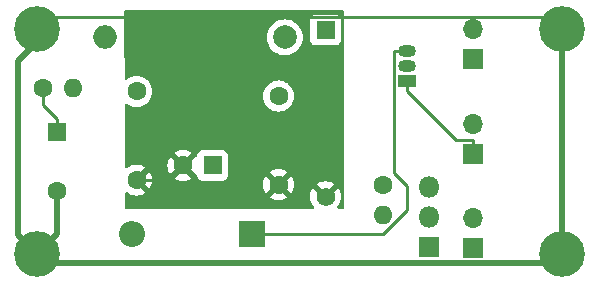
<source format=gbr>
%TF.GenerationSoftware,KiCad,Pcbnew,(6.0.0)*%
%TF.CreationDate,2022-02-19T14:37:59-08:00*%
%TF.ProjectId,RTCMemoryVoltageSourceAndBattery,5254434d-656d-46f7-9279-566f6c746167,rev?*%
%TF.SameCoordinates,Original*%
%TF.FileFunction,Copper,L2,Bot*%
%TF.FilePolarity,Positive*%
%FSLAX46Y46*%
G04 Gerber Fmt 4.6, Leading zero omitted, Abs format (unit mm)*
G04 Created by KiCad (PCBNEW (6.0.0)) date 2022-02-19 14:37:59*
%MOMM*%
%LPD*%
G01*
G04 APERTURE LIST*
%TA.AperFunction,ComponentPad*%
%ADD10R,1.700000X1.700000*%
%TD*%
%TA.AperFunction,ComponentPad*%
%ADD11O,1.700000X1.700000*%
%TD*%
%TA.AperFunction,ComponentPad*%
%ADD12R,1.500000X1.050000*%
%TD*%
%TA.AperFunction,ComponentPad*%
%ADD13O,1.500000X1.050000*%
%TD*%
%TA.AperFunction,ComponentPad*%
%ADD14R,2.200000X2.200000*%
%TD*%
%TA.AperFunction,ComponentPad*%
%ADD15O,2.200000X2.200000*%
%TD*%
%TA.AperFunction,ComponentPad*%
%ADD16R,1.800000X1.800000*%
%TD*%
%TA.AperFunction,ComponentPad*%
%ADD17O,1.800000X1.800000*%
%TD*%
%TA.AperFunction,ComponentPad*%
%ADD18R,1.600000X1.600000*%
%TD*%
%TA.AperFunction,ComponentPad*%
%ADD19C,1.600000*%
%TD*%
%TA.AperFunction,ComponentPad*%
%ADD20O,1.600000X1.600000*%
%TD*%
%TA.AperFunction,ComponentPad*%
%ADD21C,2.000000*%
%TD*%
%TA.AperFunction,ComponentPad*%
%ADD22O,2.000000X2.000000*%
%TD*%
%TA.AperFunction,ComponentPad*%
%ADD23R,1.575000X1.575000*%
%TD*%
%TA.AperFunction,ComponentPad*%
%ADD24C,1.575000*%
%TD*%
%TA.AperFunction,ViaPad*%
%ADD25C,3.873600*%
%TD*%
%TA.AperFunction,Conductor*%
%ADD26C,0.250000*%
%TD*%
%TA.AperFunction,Conductor*%
%ADD27C,0.508000*%
%TD*%
G04 APERTURE END LIST*
D10*
%TO.P,J3,1,Pin_1*%
%TO.N,Net-(D2-Pad1)*%
X141706400Y-81854500D03*
D11*
%TO.P,J3,2,Pin_2*%
%TO.N,GND*%
X141706400Y-79314500D03*
%TD*%
D10*
%TO.P,J1,1,Pin_1*%
%TO.N,Net-(Q1-Pad1)*%
X141706400Y-97848800D03*
D11*
%TO.P,J1,2,Pin_2*%
%TO.N,GND*%
X141706400Y-95308800D03*
%TD*%
D12*
%TO.P,Q2,1,D*%
%TO.N,Net-(J2-Pad1)*%
X136104200Y-83760100D03*
D13*
%TO.P,Q2,2,G*%
%TO.N,Net-(IC2-Pad2)*%
X136104200Y-82490100D03*
%TO.P,Q2,3,S*%
%TO.N,Net-(D2-Pad1)*%
X136104200Y-81220100D03*
%TD*%
D14*
%TO.P,D2,1,K*%
%TO.N,Net-(D2-Pad1)*%
X122961900Y-96734700D03*
D15*
%TO.P,D2,2,A*%
%TO.N,+3.3VP*%
X112801900Y-96734700D03*
%TD*%
D16*
%TO.P,Q1,1,E*%
%TO.N,Net-(Q1-Pad1)*%
X137934200Y-97831900D03*
D17*
%TO.P,Q1,2,C*%
%TO.N,+VDC*%
X137934200Y-95291900D03*
%TO.P,Q1,3,B*%
%TO.N,Net-(Q1-Pad3)*%
X137934200Y-92751900D03*
%TD*%
D18*
%TO.P,C4,1*%
%TO.N,+3.3VP*%
X106466300Y-88076400D03*
D19*
%TO.P,C4,2*%
%TO.N,GND*%
X106466300Y-93076400D03*
%TD*%
%TO.P,R1,1*%
%TO.N,Net-(Q1-Pad3)*%
X134075000Y-92552000D03*
D20*
%TO.P,R1,2*%
%TO.N,GND*%
X134075000Y-95092000D03*
%TD*%
D19*
%TO.P,R2,1*%
%TO.N,+3.3VP*%
X105259100Y-84380500D03*
D20*
%TO.P,R2,2*%
%TO.N,Net-(IC1-Pad1)*%
X107799100Y-84380500D03*
%TD*%
D18*
%TO.P,C3,1*%
%TO.N,+VDC*%
X119621500Y-90900100D03*
D19*
%TO.P,C3,2*%
%TO.N,GND*%
X117121500Y-90900100D03*
%TD*%
D10*
%TO.P,J2,1,Pin_1*%
%TO.N,Net-(J2-Pad1)*%
X141706400Y-89931100D03*
D11*
%TO.P,J2,2,Pin_2*%
%TO.N,GND*%
X141706400Y-87391100D03*
%TD*%
D21*
%TO.P,L1,1,1*%
%TO.N,Net-(D1-Pad1)*%
X125753300Y-80050000D03*
D22*
%TO.P,L1,2,2*%
%TO.N,+3.3VP*%
X110513300Y-80050000D03*
%TD*%
D23*
%TO.P,D1,1*%
%TO.N,Net-(D1-Pad1)*%
X129190900Y-79439400D03*
D24*
%TO.P,D1,2*%
%TO.N,GND*%
X129190900Y-93539400D03*
%TD*%
D19*
%TO.P,C2,1*%
%TO.N,Net-(C2-Pad1)*%
X125211500Y-85019000D03*
%TO.P,C2,2*%
%TO.N,GND*%
X125211500Y-92519000D03*
%TD*%
%TO.P,C1,1*%
%TO.N,Net-(C1-Pad1)*%
X113204800Y-84633000D03*
%TO.P,C1,2*%
%TO.N,GND*%
X113204800Y-92133000D03*
%TD*%
D25*
%TO.N,GND*%
X149225000Y-98425000D03*
X104775000Y-98425000D03*
X104775000Y-79375000D03*
X149225000Y-79375000D03*
%TD*%
D26*
%TO.N,GND*%
X113204800Y-92133000D02*
X115888600Y-92133000D01*
D27*
X104775000Y-98425000D02*
X105535411Y-99185411D01*
D26*
X148177389Y-78327389D02*
X105822611Y-78327389D01*
D27*
X103161903Y-96811903D02*
X103161903Y-82041594D01*
D26*
X149225000Y-79375000D02*
X148177389Y-78327389D01*
D27*
X104775000Y-98425000D02*
X106466300Y-96733700D01*
X149225000Y-98425000D02*
X149225000Y-79375000D01*
X105535411Y-99185411D02*
X148464589Y-99185411D01*
X104775000Y-98425000D02*
X103161903Y-96811903D01*
X103161903Y-82041594D02*
X104775000Y-80428497D01*
X104775000Y-80428497D02*
X104775000Y-79375000D01*
D26*
X115888600Y-92133000D02*
X117121500Y-90900100D01*
X104775000Y-79375000D02*
X104134589Y-80015411D01*
D27*
X106466300Y-96733700D02*
X106466300Y-93076400D01*
X148464589Y-99185411D02*
X149225000Y-98425000D01*
D26*
X105822611Y-78327389D02*
X104775000Y-79375000D01*
%TO.N,+3.3VP*%
X105259100Y-85743900D02*
X106466300Y-86951100D01*
X105259100Y-84380500D02*
X105259100Y-85743900D01*
X106466300Y-88076400D02*
X106466300Y-86951100D01*
%TO.N,Net-(D2-Pad1)*%
X135028900Y-91578321D02*
X136076166Y-92625587D01*
X136104200Y-81220100D02*
X135028900Y-81220100D01*
X136076166Y-94681134D02*
X134022600Y-96734700D01*
X134022600Y-96734700D02*
X122961900Y-96734700D01*
X136076166Y-92625587D02*
X136076166Y-94681134D01*
X135028900Y-81220100D02*
X135028900Y-91578321D01*
%TO.N,Net-(J2-Pad1)*%
X136104200Y-83760100D02*
X136104200Y-84610400D01*
X140249600Y-88755800D02*
X136104200Y-84610400D01*
X141706400Y-89931100D02*
X141706400Y-88755800D01*
X141706400Y-88755800D02*
X140249600Y-88755800D01*
%TD*%
%TA.AperFunction,Conductor*%
%TO.N,GND*%
G36*
X130682134Y-77755109D02*
G01*
X130728636Y-77808756D01*
X130740031Y-77861037D01*
X130743490Y-83319981D01*
X130750531Y-94431864D01*
X130730572Y-94499998D01*
X130676946Y-94546524D01*
X130624749Y-94557944D01*
X130301092Y-94558503D01*
X130232936Y-94538618D01*
X130186351Y-94485043D01*
X130176126Y-94414787D01*
X130197661Y-94360233D01*
X130313967Y-94194129D01*
X130319445Y-94184643D01*
X130410599Y-93989162D01*
X130414345Y-93978870D01*
X130470168Y-93770536D01*
X130472071Y-93759741D01*
X130490870Y-93544875D01*
X130490870Y-93533925D01*
X130472071Y-93319059D01*
X130470168Y-93308264D01*
X130414345Y-93099930D01*
X130410599Y-93089638D01*
X130319446Y-92894161D01*
X130313967Y-92884671D01*
X130279415Y-92835324D01*
X130268939Y-92826950D01*
X130255492Y-92834018D01*
X129279995Y-93809515D01*
X129217683Y-93843541D01*
X129146868Y-93838476D01*
X129101805Y-93809515D01*
X128125587Y-92833297D01*
X128113813Y-92826867D01*
X128101798Y-92836163D01*
X128067833Y-92884671D01*
X128062354Y-92894161D01*
X127971201Y-93089638D01*
X127967455Y-93099930D01*
X127911632Y-93308264D01*
X127909729Y-93319059D01*
X127890930Y-93533925D01*
X127890930Y-93544875D01*
X127909729Y-93759741D01*
X127911632Y-93770536D01*
X127967455Y-93978870D01*
X127971201Y-93989162D01*
X128062355Y-94184643D01*
X128067833Y-94194129D01*
X128186822Y-94364065D01*
X128209510Y-94431339D01*
X128192225Y-94500199D01*
X128140455Y-94548783D01*
X128083827Y-94562335D01*
X119194257Y-94577695D01*
X112363443Y-94589498D01*
X112295288Y-94569613D01*
X112248702Y-94516038D01*
X112237227Y-94464167D01*
X112232667Y-93605062D01*
X124489993Y-93605062D01*
X124499289Y-93617077D01*
X124550494Y-93652931D01*
X124559989Y-93658414D01*
X124757447Y-93750490D01*
X124767739Y-93754236D01*
X124978188Y-93810625D01*
X124988981Y-93812528D01*
X125206025Y-93831517D01*
X125216975Y-93831517D01*
X125434019Y-93812528D01*
X125444812Y-93810625D01*
X125655261Y-93754236D01*
X125665553Y-93750490D01*
X125863011Y-93658414D01*
X125872506Y-93652931D01*
X125924548Y-93616491D01*
X125932924Y-93606012D01*
X125925856Y-93592566D01*
X125224312Y-92891022D01*
X125210368Y-92883408D01*
X125208535Y-92883539D01*
X125201920Y-92887790D01*
X124496423Y-93593287D01*
X124489993Y-93605062D01*
X112232667Y-93605062D01*
X112230998Y-93290621D01*
X112250638Y-93222395D01*
X112304046Y-93175618D01*
X112374265Y-93165141D01*
X112429267Y-93186739D01*
X112543793Y-93266931D01*
X112553289Y-93272414D01*
X112750747Y-93364490D01*
X112761039Y-93368236D01*
X112971488Y-93424625D01*
X112982281Y-93426528D01*
X113199325Y-93445517D01*
X113210275Y-93445517D01*
X113427319Y-93426528D01*
X113438112Y-93424625D01*
X113648561Y-93368236D01*
X113658853Y-93364490D01*
X113856311Y-93272414D01*
X113865806Y-93266931D01*
X113917848Y-93230491D01*
X113926224Y-93220012D01*
X113919156Y-93206566D01*
X112934685Y-92222095D01*
X112900659Y-92159783D01*
X112902494Y-92134132D01*
X113569208Y-92134132D01*
X113569339Y-92135965D01*
X113573590Y-92142580D01*
X114279087Y-92848077D01*
X114290862Y-92854507D01*
X114302877Y-92845211D01*
X114338731Y-92794006D01*
X114344214Y-92784511D01*
X114436290Y-92587053D01*
X114440036Y-92576761D01*
X114454046Y-92524475D01*
X123898983Y-92524475D01*
X123917972Y-92741519D01*
X123919875Y-92752312D01*
X123976264Y-92962761D01*
X123980010Y-92973053D01*
X124072086Y-93170511D01*
X124077569Y-93180006D01*
X124114009Y-93232048D01*
X124124488Y-93240424D01*
X124137934Y-93233356D01*
X124839478Y-92531812D01*
X124845856Y-92520132D01*
X125575908Y-92520132D01*
X125576039Y-92521965D01*
X125580290Y-92528580D01*
X126285787Y-93234077D01*
X126297562Y-93240507D01*
X126309577Y-93231211D01*
X126345431Y-93180006D01*
X126350914Y-93170511D01*
X126442990Y-92973053D01*
X126446736Y-92962761D01*
X126503125Y-92752312D01*
X126505028Y-92741519D01*
X126524017Y-92524475D01*
X126524017Y-92513525D01*
X126519453Y-92461361D01*
X128478450Y-92461361D01*
X128485518Y-92474808D01*
X129178088Y-93167378D01*
X129192032Y-93174992D01*
X129193865Y-93174861D01*
X129200480Y-93170610D01*
X129897003Y-92474087D01*
X129903433Y-92462313D01*
X129894136Y-92450297D01*
X129845630Y-92416333D01*
X129836144Y-92410855D01*
X129640662Y-92319701D01*
X129630370Y-92315955D01*
X129422036Y-92260132D01*
X129411241Y-92258229D01*
X129196375Y-92239430D01*
X129185425Y-92239430D01*
X128970559Y-92258229D01*
X128959764Y-92260132D01*
X128751430Y-92315955D01*
X128741138Y-92319701D01*
X128545661Y-92410854D01*
X128536171Y-92416333D01*
X128486824Y-92450885D01*
X128478450Y-92461361D01*
X126519453Y-92461361D01*
X126505028Y-92296481D01*
X126503125Y-92285688D01*
X126446736Y-92075239D01*
X126442990Y-92064947D01*
X126350914Y-91867489D01*
X126345431Y-91857994D01*
X126308991Y-91805952D01*
X126298512Y-91797576D01*
X126285066Y-91804644D01*
X125583522Y-92506188D01*
X125575908Y-92520132D01*
X124845856Y-92520132D01*
X124847092Y-92517868D01*
X124846961Y-92516035D01*
X124842710Y-92509420D01*
X124137213Y-91803923D01*
X124125438Y-91797493D01*
X124113423Y-91806789D01*
X124077569Y-91857994D01*
X124072086Y-91867489D01*
X123980010Y-92064947D01*
X123976264Y-92075239D01*
X123919875Y-92285688D01*
X123917972Y-92296481D01*
X123898983Y-92513525D01*
X123898983Y-92524475D01*
X114454046Y-92524475D01*
X114496425Y-92366312D01*
X114498328Y-92355519D01*
X114517317Y-92138475D01*
X114517317Y-92127525D01*
X114504949Y-91986162D01*
X116399993Y-91986162D01*
X116409289Y-91998177D01*
X116460494Y-92034031D01*
X116469989Y-92039514D01*
X116667447Y-92131590D01*
X116677739Y-92135336D01*
X116888188Y-92191725D01*
X116898981Y-92193628D01*
X117116025Y-92212617D01*
X117126975Y-92212617D01*
X117344019Y-92193628D01*
X117354812Y-92191725D01*
X117565261Y-92135336D01*
X117575553Y-92131590D01*
X117773011Y-92039514D01*
X117782506Y-92034031D01*
X117834548Y-91997591D01*
X117842924Y-91987112D01*
X117835856Y-91973666D01*
X117134312Y-91272122D01*
X117120368Y-91264508D01*
X117118535Y-91264639D01*
X117111920Y-91268890D01*
X116406423Y-91974387D01*
X116399993Y-91986162D01*
X114504949Y-91986162D01*
X114498328Y-91910481D01*
X114496425Y-91899688D01*
X114440036Y-91689239D01*
X114436290Y-91678947D01*
X114344214Y-91481489D01*
X114338731Y-91471994D01*
X114302291Y-91419952D01*
X114291812Y-91411576D01*
X114278366Y-91418644D01*
X113576822Y-92120188D01*
X113569208Y-92134132D01*
X112902494Y-92134132D01*
X112905724Y-92088968D01*
X112934685Y-92043905D01*
X113919877Y-91058713D01*
X113926307Y-91046938D01*
X113917011Y-91034923D01*
X113865806Y-90999069D01*
X113856311Y-90993586D01*
X113667570Y-90905575D01*
X115808983Y-90905575D01*
X115827972Y-91122619D01*
X115829875Y-91133412D01*
X115886264Y-91343861D01*
X115890010Y-91354153D01*
X115982086Y-91551611D01*
X115987569Y-91561106D01*
X116024009Y-91613148D01*
X116034488Y-91621524D01*
X116047934Y-91614456D01*
X116749478Y-90912912D01*
X116755856Y-90901232D01*
X117485908Y-90901232D01*
X117486039Y-90903065D01*
X117490290Y-90909680D01*
X118195787Y-91615177D01*
X118237529Y-91637971D01*
X118247529Y-91640147D01*
X118297727Y-91690353D01*
X118312951Y-91743914D01*
X118313000Y-91744817D01*
X118313000Y-91748234D01*
X118319755Y-91810416D01*
X118370885Y-91946805D01*
X118458239Y-92063361D01*
X118574795Y-92150715D01*
X118711184Y-92201845D01*
X118773366Y-92208600D01*
X120469634Y-92208600D01*
X120531816Y-92201845D01*
X120668205Y-92150715D01*
X120784761Y-92063361D01*
X120872115Y-91946805D01*
X120923245Y-91810416D01*
X120930000Y-91748234D01*
X120930000Y-91431988D01*
X124490076Y-91431988D01*
X124497144Y-91445434D01*
X125198688Y-92146978D01*
X125212632Y-92154592D01*
X125214465Y-92154461D01*
X125221080Y-92150210D01*
X125926577Y-91444713D01*
X125933007Y-91432938D01*
X125923711Y-91420923D01*
X125872506Y-91385069D01*
X125863011Y-91379586D01*
X125665553Y-91287510D01*
X125655261Y-91283764D01*
X125444812Y-91227375D01*
X125434019Y-91225472D01*
X125216975Y-91206483D01*
X125206025Y-91206483D01*
X124988981Y-91225472D01*
X124978188Y-91227375D01*
X124767739Y-91283764D01*
X124757447Y-91287510D01*
X124559989Y-91379586D01*
X124550494Y-91385069D01*
X124498452Y-91421509D01*
X124490076Y-91431988D01*
X120930000Y-91431988D01*
X120930000Y-90051966D01*
X120923245Y-89989784D01*
X120872115Y-89853395D01*
X120784761Y-89736839D01*
X120668205Y-89649485D01*
X120531816Y-89598355D01*
X120469634Y-89591600D01*
X118773366Y-89591600D01*
X118711184Y-89598355D01*
X118574795Y-89649485D01*
X118458239Y-89736839D01*
X118370885Y-89853395D01*
X118319755Y-89989784D01*
X118313000Y-90051966D01*
X118313000Y-90055285D01*
X118289347Y-90122210D01*
X118243344Y-90157904D01*
X118244359Y-90159834D01*
X118233500Y-90165542D01*
X118233255Y-90165732D01*
X118233097Y-90165753D01*
X118195066Y-90185744D01*
X117493522Y-90887288D01*
X117485908Y-90901232D01*
X116755856Y-90901232D01*
X116757092Y-90898968D01*
X116756961Y-90897135D01*
X116752710Y-90890520D01*
X116047213Y-90185023D01*
X116035438Y-90178593D01*
X116023423Y-90187889D01*
X115987569Y-90239094D01*
X115982086Y-90248589D01*
X115890010Y-90446047D01*
X115886264Y-90456339D01*
X115829875Y-90666788D01*
X115827972Y-90677581D01*
X115808983Y-90894625D01*
X115808983Y-90905575D01*
X113667570Y-90905575D01*
X113658853Y-90901510D01*
X113648561Y-90897764D01*
X113438112Y-90841375D01*
X113427319Y-90839472D01*
X113210275Y-90820483D01*
X113199325Y-90820483D01*
X112982281Y-90839472D01*
X112971488Y-90841375D01*
X112761039Y-90897764D01*
X112750747Y-90901510D01*
X112553289Y-90993586D01*
X112543793Y-90999069D01*
X112417031Y-91087829D01*
X112349757Y-91110517D01*
X112280896Y-91093232D01*
X112232312Y-91041462D01*
X112218762Y-90985285D01*
X112212540Y-89813088D01*
X116400076Y-89813088D01*
X116407144Y-89826534D01*
X117108688Y-90528078D01*
X117122632Y-90535692D01*
X117124465Y-90535561D01*
X117131080Y-90531310D01*
X117836577Y-89825813D01*
X117843007Y-89814038D01*
X117833711Y-89802023D01*
X117782506Y-89766169D01*
X117773011Y-89760686D01*
X117575553Y-89668610D01*
X117565261Y-89664864D01*
X117354812Y-89608475D01*
X117344019Y-89606572D01*
X117126975Y-89587583D01*
X117116025Y-89587583D01*
X116898981Y-89606572D01*
X116888188Y-89608475D01*
X116677739Y-89664864D01*
X116667447Y-89668610D01*
X116469989Y-89760686D01*
X116460494Y-89766169D01*
X116408452Y-89802609D01*
X116400076Y-89813088D01*
X112212540Y-89813088D01*
X112191044Y-85763255D01*
X112210684Y-85695029D01*
X112264092Y-85648252D01*
X112334311Y-85637775D01*
X112389313Y-85659373D01*
X112548051Y-85770523D01*
X112553033Y-85772846D01*
X112553038Y-85772849D01*
X112737339Y-85858789D01*
X112755557Y-85867284D01*
X112760865Y-85868706D01*
X112760867Y-85868707D01*
X112971398Y-85925119D01*
X112971400Y-85925119D01*
X112976713Y-85926543D01*
X113204800Y-85946498D01*
X113432887Y-85926543D01*
X113438200Y-85925119D01*
X113438202Y-85925119D01*
X113648733Y-85868707D01*
X113648735Y-85868706D01*
X113654043Y-85867284D01*
X113672261Y-85858789D01*
X113856562Y-85772849D01*
X113856567Y-85772846D01*
X113861549Y-85770523D01*
X114004022Y-85670762D01*
X114044589Y-85642357D01*
X114044592Y-85642355D01*
X114049100Y-85639198D01*
X114210998Y-85477300D01*
X114342323Y-85289749D01*
X114344646Y-85284767D01*
X114344649Y-85284762D01*
X114436761Y-85087225D01*
X114436761Y-85087224D01*
X114439084Y-85082243D01*
X114456030Y-85019000D01*
X123898002Y-85019000D01*
X123917957Y-85247087D01*
X123977216Y-85468243D01*
X123979539Y-85473224D01*
X123979539Y-85473225D01*
X124071651Y-85670762D01*
X124071654Y-85670767D01*
X124073977Y-85675749D01*
X124205302Y-85863300D01*
X124367200Y-86025198D01*
X124371708Y-86028355D01*
X124371711Y-86028357D01*
X124449889Y-86083098D01*
X124554751Y-86156523D01*
X124559733Y-86158846D01*
X124559738Y-86158849D01*
X124757275Y-86250961D01*
X124762257Y-86253284D01*
X124767565Y-86254706D01*
X124767567Y-86254707D01*
X124978098Y-86311119D01*
X124978100Y-86311119D01*
X124983413Y-86312543D01*
X125211500Y-86332498D01*
X125439587Y-86312543D01*
X125444900Y-86311119D01*
X125444902Y-86311119D01*
X125655433Y-86254707D01*
X125655435Y-86254706D01*
X125660743Y-86253284D01*
X125665725Y-86250961D01*
X125863262Y-86158849D01*
X125863267Y-86158846D01*
X125868249Y-86156523D01*
X125973111Y-86083098D01*
X126051289Y-86028357D01*
X126051292Y-86028355D01*
X126055800Y-86025198D01*
X126217698Y-85863300D01*
X126349023Y-85675749D01*
X126351346Y-85670767D01*
X126351349Y-85670762D01*
X126443461Y-85473225D01*
X126443461Y-85473224D01*
X126445784Y-85468243D01*
X126505043Y-85247087D01*
X126524998Y-85019000D01*
X126505043Y-84790913D01*
X126445784Y-84569757D01*
X126371472Y-84410393D01*
X126351349Y-84367238D01*
X126351346Y-84367233D01*
X126349023Y-84362251D01*
X126217698Y-84174700D01*
X126055800Y-84012802D01*
X126051292Y-84009645D01*
X126051289Y-84009643D01*
X125973111Y-83954902D01*
X125868249Y-83881477D01*
X125863267Y-83879154D01*
X125863262Y-83879151D01*
X125665725Y-83787039D01*
X125665724Y-83787039D01*
X125660743Y-83784716D01*
X125655435Y-83783294D01*
X125655433Y-83783293D01*
X125444902Y-83726881D01*
X125444900Y-83726881D01*
X125439587Y-83725457D01*
X125211500Y-83705502D01*
X124983413Y-83725457D01*
X124978100Y-83726881D01*
X124978098Y-83726881D01*
X124767567Y-83783293D01*
X124767565Y-83783294D01*
X124762257Y-83784716D01*
X124757276Y-83787039D01*
X124757275Y-83787039D01*
X124559738Y-83879151D01*
X124559733Y-83879154D01*
X124554751Y-83881477D01*
X124449889Y-83954902D01*
X124371711Y-84009643D01*
X124371708Y-84009645D01*
X124367200Y-84012802D01*
X124205302Y-84174700D01*
X124073977Y-84362251D01*
X124071654Y-84367233D01*
X124071651Y-84367238D01*
X124051528Y-84410393D01*
X123977216Y-84569757D01*
X123917957Y-84790913D01*
X123898002Y-85019000D01*
X114456030Y-85019000D01*
X114498343Y-84861087D01*
X114518298Y-84633000D01*
X114498343Y-84404913D01*
X114439084Y-84183757D01*
X114434861Y-84174700D01*
X114344649Y-83981238D01*
X114344646Y-83981233D01*
X114342323Y-83976251D01*
X114210998Y-83788700D01*
X114049100Y-83626802D01*
X114044592Y-83623645D01*
X114044589Y-83623643D01*
X113885786Y-83512448D01*
X113861549Y-83495477D01*
X113856567Y-83493154D01*
X113856562Y-83493151D01*
X113659025Y-83401039D01*
X113659024Y-83401039D01*
X113654043Y-83398716D01*
X113648735Y-83397294D01*
X113648733Y-83397293D01*
X113438202Y-83340881D01*
X113438200Y-83340881D01*
X113432887Y-83339457D01*
X113204800Y-83319502D01*
X112976713Y-83339457D01*
X112971400Y-83340881D01*
X112971398Y-83340881D01*
X112760867Y-83397293D01*
X112760865Y-83397294D01*
X112755557Y-83398716D01*
X112750576Y-83401039D01*
X112750575Y-83401039D01*
X112553038Y-83493151D01*
X112553033Y-83493154D01*
X112548051Y-83495477D01*
X112543544Y-83498633D01*
X112543542Y-83498634D01*
X112377366Y-83614992D01*
X112310092Y-83637680D01*
X112241231Y-83620395D01*
X112192647Y-83568625D01*
X112179097Y-83512448D01*
X112160718Y-80050000D01*
X124240135Y-80050000D01*
X124258765Y-80286711D01*
X124314195Y-80517594D01*
X124316088Y-80522165D01*
X124316089Y-80522167D01*
X124401615Y-80728645D01*
X124405060Y-80736963D01*
X124407646Y-80741183D01*
X124526541Y-80935202D01*
X124526545Y-80935208D01*
X124529124Y-80939416D01*
X124683331Y-81119969D01*
X124863884Y-81274176D01*
X124868092Y-81276755D01*
X124868098Y-81276759D01*
X125062117Y-81395654D01*
X125066337Y-81398240D01*
X125070907Y-81400133D01*
X125070911Y-81400135D01*
X125281133Y-81487211D01*
X125285706Y-81489105D01*
X125365909Y-81508360D01*
X125511776Y-81543380D01*
X125511782Y-81543381D01*
X125516589Y-81544535D01*
X125753300Y-81563165D01*
X125990011Y-81544535D01*
X125994818Y-81543381D01*
X125994824Y-81543380D01*
X126140691Y-81508360D01*
X126220894Y-81489105D01*
X126225467Y-81487211D01*
X126435689Y-81400135D01*
X126435693Y-81400133D01*
X126440263Y-81398240D01*
X126444483Y-81395654D01*
X126638502Y-81276759D01*
X126638508Y-81276755D01*
X126642716Y-81274176D01*
X126823269Y-81119969D01*
X126977476Y-80939416D01*
X126980055Y-80935208D01*
X126980059Y-80935202D01*
X127098954Y-80741183D01*
X127101540Y-80736963D01*
X127104986Y-80728645D01*
X127190511Y-80522167D01*
X127190512Y-80522165D01*
X127192405Y-80517594D01*
X127247835Y-80286711D01*
X127248754Y-80275034D01*
X127894900Y-80275034D01*
X127901655Y-80337216D01*
X127952785Y-80473605D01*
X128040139Y-80590161D01*
X128156695Y-80677515D01*
X128293084Y-80728645D01*
X128355266Y-80735400D01*
X130026534Y-80735400D01*
X130088716Y-80728645D01*
X130225105Y-80677515D01*
X130341661Y-80590161D01*
X130429015Y-80473605D01*
X130480145Y-80337216D01*
X130486900Y-80275034D01*
X130486900Y-78603766D01*
X130480145Y-78541584D01*
X130429015Y-78405195D01*
X130341661Y-78288639D01*
X130225105Y-78201285D01*
X130088716Y-78150155D01*
X130026534Y-78143400D01*
X128355266Y-78143400D01*
X128293084Y-78150155D01*
X128156695Y-78201285D01*
X128040139Y-78288639D01*
X127952785Y-78405195D01*
X127901655Y-78541584D01*
X127894900Y-78603766D01*
X127894900Y-80275034D01*
X127248754Y-80275034D01*
X127266465Y-80050000D01*
X127247835Y-79813289D01*
X127192405Y-79582406D01*
X127101540Y-79363037D01*
X127098954Y-79358817D01*
X126980059Y-79164798D01*
X126980055Y-79164792D01*
X126977476Y-79160584D01*
X126823269Y-78980031D01*
X126642716Y-78825824D01*
X126638508Y-78823245D01*
X126638502Y-78823241D01*
X126444483Y-78704346D01*
X126440263Y-78701760D01*
X126435693Y-78699867D01*
X126435689Y-78699865D01*
X126225467Y-78612789D01*
X126225465Y-78612788D01*
X126220894Y-78610895D01*
X126140691Y-78591640D01*
X125994824Y-78556620D01*
X125994818Y-78556619D01*
X125990011Y-78555465D01*
X125753300Y-78536835D01*
X125516589Y-78555465D01*
X125511782Y-78556619D01*
X125511776Y-78556620D01*
X125365909Y-78591640D01*
X125285706Y-78610895D01*
X125281135Y-78612788D01*
X125281133Y-78612789D01*
X125070911Y-78699865D01*
X125070907Y-78699867D01*
X125066337Y-78701760D01*
X125062117Y-78704346D01*
X124868098Y-78823241D01*
X124868092Y-78823245D01*
X124863884Y-78825824D01*
X124683331Y-78980031D01*
X124529124Y-79160584D01*
X124526545Y-79164792D01*
X124526541Y-79164798D01*
X124407646Y-79358817D01*
X124405060Y-79363037D01*
X124314195Y-79582406D01*
X124258765Y-79813289D01*
X124240135Y-80050000D01*
X112160718Y-80050000D01*
X112158212Y-79577833D01*
X112149120Y-77864874D01*
X112168760Y-77796649D01*
X112222168Y-77749872D01*
X112275097Y-77738206D01*
X123525746Y-77736312D01*
X130614011Y-77735118D01*
X130682134Y-77755109D01*
G37*
%TD.AperFunction*%
%TD*%
M02*

</source>
